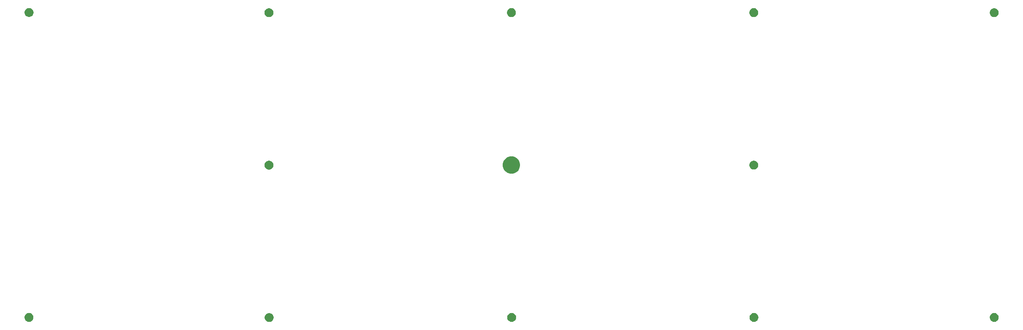
<source format=gbr>
G04 #@! TF.GenerationSoftware,KiCad,Pcbnew,(5.0.2)-1*
G04 #@! TF.CreationDate,2019-05-20T15:04:01-04:00*
G04 #@! TF.ProjectId,bottom_plate,626f7474-6f6d-45f7-906c-6174652e6b69,rev?*
G04 #@! TF.SameCoordinates,Original*
G04 #@! TF.FileFunction,Soldermask,Top*
G04 #@! TF.FilePolarity,Negative*
%FSLAX46Y46*%
G04 Gerber Fmt 4.6, Leading zero omitted, Abs format (unit mm)*
G04 Created by KiCad (PCBNEW (5.0.2)-1) date 5/20/2019 3:04:01 PM*
%MOMM*%
%LPD*%
G01*
G04 APERTURE LIST*
%ADD10C,0.100000*%
G04 APERTURE END LIST*
D10*
G36*
X82326934Y-97140432D02*
X82536402Y-97227196D01*
X82724923Y-97353162D01*
X82885238Y-97513477D01*
X83011204Y-97701998D01*
X83097968Y-97911466D01*
X83142200Y-98133835D01*
X83142200Y-98360565D01*
X83097968Y-98582934D01*
X83011204Y-98792402D01*
X82885238Y-98980923D01*
X82724923Y-99141238D01*
X82536402Y-99267204D01*
X82326934Y-99353968D01*
X82104565Y-99398200D01*
X81877835Y-99398200D01*
X81655466Y-99353968D01*
X81445998Y-99267204D01*
X81257477Y-99141238D01*
X81097162Y-98980923D01*
X80971196Y-98792402D01*
X80884432Y-98582934D01*
X80840200Y-98360565D01*
X80840200Y-98133835D01*
X80884432Y-97911466D01*
X80971196Y-97701998D01*
X81097162Y-97513477D01*
X81257477Y-97353162D01*
X81445998Y-97227196D01*
X81655466Y-97140432D01*
X81877835Y-97096200D01*
X82104565Y-97096200D01*
X82326934Y-97140432D01*
X82326934Y-97140432D01*
G37*
G36*
X270515534Y-97115032D02*
X270725002Y-97201796D01*
X270913523Y-97327762D01*
X271073838Y-97488077D01*
X271199804Y-97676598D01*
X271286568Y-97886066D01*
X271330800Y-98108435D01*
X271330800Y-98335165D01*
X271286568Y-98557534D01*
X271199804Y-98767002D01*
X271073838Y-98955523D01*
X270913523Y-99115838D01*
X270725002Y-99241804D01*
X270515534Y-99328568D01*
X270293165Y-99372800D01*
X270066435Y-99372800D01*
X269844066Y-99328568D01*
X269634598Y-99241804D01*
X269446077Y-99115838D01*
X269285762Y-98955523D01*
X269159796Y-98767002D01*
X269073032Y-98557534D01*
X269028800Y-98335165D01*
X269028800Y-98108435D01*
X269073032Y-97886066D01*
X269159796Y-97676598D01*
X269285762Y-97488077D01*
X269446077Y-97327762D01*
X269634598Y-97201796D01*
X269844066Y-97115032D01*
X270066435Y-97070800D01*
X270293165Y-97070800D01*
X270515534Y-97115032D01*
X270515534Y-97115032D01*
G37*
G36*
X208158534Y-97115032D02*
X208368002Y-97201796D01*
X208556523Y-97327762D01*
X208716838Y-97488077D01*
X208842804Y-97676598D01*
X208929568Y-97886066D01*
X208973800Y-98108435D01*
X208973800Y-98335165D01*
X208929568Y-98557534D01*
X208842804Y-98767002D01*
X208716838Y-98955523D01*
X208556523Y-99115838D01*
X208368002Y-99241804D01*
X208158534Y-99328568D01*
X207936165Y-99372800D01*
X207709435Y-99372800D01*
X207487066Y-99328568D01*
X207277598Y-99241804D01*
X207089077Y-99115838D01*
X206928762Y-98955523D01*
X206802796Y-98767002D01*
X206716032Y-98557534D01*
X206671800Y-98335165D01*
X206671800Y-98108435D01*
X206716032Y-97886066D01*
X206802796Y-97676598D01*
X206928762Y-97488077D01*
X207089077Y-97327762D01*
X207277598Y-97201796D01*
X207487066Y-97115032D01*
X207709435Y-97070800D01*
X207936165Y-97070800D01*
X208158534Y-97115032D01*
X208158534Y-97115032D01*
G37*
G36*
X145268134Y-97115032D02*
X145477602Y-97201796D01*
X145666123Y-97327762D01*
X145826438Y-97488077D01*
X145952404Y-97676598D01*
X146039168Y-97886066D01*
X146083400Y-98108435D01*
X146083400Y-98335165D01*
X146039168Y-98557534D01*
X145952404Y-98767002D01*
X145826438Y-98955523D01*
X145666123Y-99115838D01*
X145477602Y-99241804D01*
X145268134Y-99328568D01*
X145045765Y-99372800D01*
X144819035Y-99372800D01*
X144596666Y-99328568D01*
X144387198Y-99241804D01*
X144198677Y-99115838D01*
X144038362Y-98955523D01*
X143912396Y-98767002D01*
X143825632Y-98557534D01*
X143781400Y-98335165D01*
X143781400Y-98108435D01*
X143825632Y-97886066D01*
X143912396Y-97676598D01*
X144038362Y-97488077D01*
X144198677Y-97327762D01*
X144387198Y-97201796D01*
X144596666Y-97115032D01*
X144819035Y-97070800D01*
X145045765Y-97070800D01*
X145268134Y-97115032D01*
X145268134Y-97115032D01*
G37*
G36*
X19995334Y-97115032D02*
X20204802Y-97201796D01*
X20393323Y-97327762D01*
X20553638Y-97488077D01*
X20679604Y-97676598D01*
X20766368Y-97886066D01*
X20810600Y-98108435D01*
X20810600Y-98335165D01*
X20766368Y-98557534D01*
X20679604Y-98767002D01*
X20553638Y-98955523D01*
X20393323Y-99115838D01*
X20204802Y-99241804D01*
X19995334Y-99328568D01*
X19772965Y-99372800D01*
X19546235Y-99372800D01*
X19323866Y-99328568D01*
X19114398Y-99241804D01*
X18925877Y-99115838D01*
X18765562Y-98955523D01*
X18639596Y-98767002D01*
X18552832Y-98557534D01*
X18508600Y-98335165D01*
X18508600Y-98108435D01*
X18552832Y-97886066D01*
X18639596Y-97676598D01*
X18765562Y-97488077D01*
X18925877Y-97327762D01*
X19114398Y-97201796D01*
X19323866Y-97115032D01*
X19546235Y-97070800D01*
X19772965Y-97070800D01*
X19995334Y-97115032D01*
X19995334Y-97115032D01*
G37*
G36*
X145190045Y-56465654D02*
X145538193Y-56534904D01*
X145947849Y-56704589D01*
X146316529Y-56950934D01*
X146630066Y-57264471D01*
X146876411Y-57633151D01*
X147046096Y-58042807D01*
X147132600Y-58477696D01*
X147132600Y-58921104D01*
X147046096Y-59355993D01*
X146876411Y-59765649D01*
X146630066Y-60134329D01*
X146316529Y-60447866D01*
X145947849Y-60694211D01*
X145538193Y-60863896D01*
X145190045Y-60933146D01*
X145103306Y-60950400D01*
X144659894Y-60950400D01*
X144573155Y-60933146D01*
X144225007Y-60863896D01*
X143815351Y-60694211D01*
X143446671Y-60447866D01*
X143133134Y-60134329D01*
X142886789Y-59765649D01*
X142717104Y-59355993D01*
X142630600Y-58921104D01*
X142630600Y-58477696D01*
X142717104Y-58042807D01*
X142886789Y-57633151D01*
X143133134Y-57264471D01*
X143446671Y-56950934D01*
X143815351Y-56704589D01*
X144225007Y-56534904D01*
X144573155Y-56465654D01*
X144659894Y-56448400D01*
X145103306Y-56448400D01*
X145190045Y-56465654D01*
X145190045Y-56465654D01*
G37*
G36*
X82276134Y-57618032D02*
X82485602Y-57704796D01*
X82674123Y-57830762D01*
X82834438Y-57991077D01*
X82960404Y-58179598D01*
X83047168Y-58389066D01*
X83091400Y-58611435D01*
X83091400Y-58838165D01*
X83047168Y-59060534D01*
X82960404Y-59270002D01*
X82834438Y-59458523D01*
X82674123Y-59618838D01*
X82485602Y-59744804D01*
X82276134Y-59831568D01*
X82053765Y-59875800D01*
X81827035Y-59875800D01*
X81604666Y-59831568D01*
X81395198Y-59744804D01*
X81206677Y-59618838D01*
X81046362Y-59458523D01*
X80920396Y-59270002D01*
X80833632Y-59060534D01*
X80789400Y-58838165D01*
X80789400Y-58611435D01*
X80833632Y-58389066D01*
X80920396Y-58179598D01*
X81046362Y-57991077D01*
X81206677Y-57830762D01*
X81395198Y-57704796D01*
X81604666Y-57618032D01*
X81827035Y-57573800D01*
X82053765Y-57573800D01*
X82276134Y-57618032D01*
X82276134Y-57618032D01*
G37*
G36*
X208107734Y-57592632D02*
X208317202Y-57679396D01*
X208505723Y-57805362D01*
X208666038Y-57965677D01*
X208792004Y-58154198D01*
X208878768Y-58363666D01*
X208923000Y-58586035D01*
X208923000Y-58812765D01*
X208878768Y-59035134D01*
X208792004Y-59244602D01*
X208666038Y-59433123D01*
X208505723Y-59593438D01*
X208317202Y-59719404D01*
X208107734Y-59806168D01*
X207885365Y-59850400D01*
X207658635Y-59850400D01*
X207436266Y-59806168D01*
X207226798Y-59719404D01*
X207038277Y-59593438D01*
X206877962Y-59433123D01*
X206751996Y-59244602D01*
X206665232Y-59035134D01*
X206621000Y-58812765D01*
X206621000Y-58586035D01*
X206665232Y-58363666D01*
X206751996Y-58154198D01*
X206877962Y-57965677D01*
X207038277Y-57805362D01*
X207226798Y-57679396D01*
X207436266Y-57592632D01*
X207658635Y-57548400D01*
X207885365Y-57548400D01*
X208107734Y-57592632D01*
X208107734Y-57592632D01*
G37*
G36*
X82276134Y-18070232D02*
X82485602Y-18156996D01*
X82674123Y-18282962D01*
X82834438Y-18443277D01*
X82960404Y-18631798D01*
X83047168Y-18841266D01*
X83091400Y-19063635D01*
X83091400Y-19290365D01*
X83047168Y-19512734D01*
X82960404Y-19722202D01*
X82834438Y-19910723D01*
X82674123Y-20071038D01*
X82485602Y-20197004D01*
X82276134Y-20283768D01*
X82053765Y-20328000D01*
X81827035Y-20328000D01*
X81604666Y-20283768D01*
X81395198Y-20197004D01*
X81206677Y-20071038D01*
X81046362Y-19910723D01*
X80920396Y-19722202D01*
X80833632Y-19512734D01*
X80789400Y-19290365D01*
X80789400Y-19063635D01*
X80833632Y-18841266D01*
X80920396Y-18631798D01*
X81046362Y-18443277D01*
X81206677Y-18282962D01*
X81395198Y-18156996D01*
X81604666Y-18070232D01*
X81827035Y-18026000D01*
X82053765Y-18026000D01*
X82276134Y-18070232D01*
X82276134Y-18070232D01*
G37*
G36*
X270502834Y-18070232D02*
X270712302Y-18156996D01*
X270900823Y-18282962D01*
X271061138Y-18443277D01*
X271187104Y-18631798D01*
X271273868Y-18841266D01*
X271318100Y-19063635D01*
X271318100Y-19290365D01*
X271273868Y-19512734D01*
X271187104Y-19722202D01*
X271061138Y-19910723D01*
X270900823Y-20071038D01*
X270712302Y-20197004D01*
X270502834Y-20283768D01*
X270280465Y-20328000D01*
X270053735Y-20328000D01*
X269831366Y-20283768D01*
X269621898Y-20197004D01*
X269433377Y-20071038D01*
X269273062Y-19910723D01*
X269147096Y-19722202D01*
X269060332Y-19512734D01*
X269016100Y-19290365D01*
X269016100Y-19063635D01*
X269060332Y-18841266D01*
X269147096Y-18631798D01*
X269273062Y-18443277D01*
X269433377Y-18282962D01*
X269621898Y-18156996D01*
X269831366Y-18070232D01*
X270053735Y-18026000D01*
X270280465Y-18026000D01*
X270502834Y-18070232D01*
X270502834Y-18070232D01*
G37*
G36*
X145217334Y-18044832D02*
X145426802Y-18131596D01*
X145615323Y-18257562D01*
X145775638Y-18417877D01*
X145901604Y-18606398D01*
X145988368Y-18815866D01*
X146032600Y-19038235D01*
X146032600Y-19264965D01*
X145988368Y-19487334D01*
X145901604Y-19696802D01*
X145775638Y-19885323D01*
X145615323Y-20045638D01*
X145426802Y-20171604D01*
X145217334Y-20258368D01*
X144994965Y-20302600D01*
X144768235Y-20302600D01*
X144545866Y-20258368D01*
X144336398Y-20171604D01*
X144147877Y-20045638D01*
X143987562Y-19885323D01*
X143861596Y-19696802D01*
X143774832Y-19487334D01*
X143730600Y-19264965D01*
X143730600Y-19038235D01*
X143774832Y-18815866D01*
X143861596Y-18606398D01*
X143987562Y-18417877D01*
X144147877Y-18257562D01*
X144336398Y-18131596D01*
X144545866Y-18044832D01*
X144768235Y-18000600D01*
X144994965Y-18000600D01*
X145217334Y-18044832D01*
X145217334Y-18044832D01*
G37*
G36*
X208107734Y-18044832D02*
X208317202Y-18131596D01*
X208505723Y-18257562D01*
X208666038Y-18417877D01*
X208792004Y-18606398D01*
X208878768Y-18815866D01*
X208923000Y-19038235D01*
X208923000Y-19264965D01*
X208878768Y-19487334D01*
X208792004Y-19696802D01*
X208666038Y-19885323D01*
X208505723Y-20045638D01*
X208317202Y-20171604D01*
X208107734Y-20258368D01*
X207885365Y-20302600D01*
X207658635Y-20302600D01*
X207436266Y-20258368D01*
X207226798Y-20171604D01*
X207038277Y-20045638D01*
X206877962Y-19885323D01*
X206751996Y-19696802D01*
X206665232Y-19487334D01*
X206621000Y-19264965D01*
X206621000Y-19038235D01*
X206665232Y-18815866D01*
X206751996Y-18606398D01*
X206877962Y-18417877D01*
X207038277Y-18257562D01*
X207226798Y-18131596D01*
X207436266Y-18044832D01*
X207658635Y-18000600D01*
X207885365Y-18000600D01*
X208107734Y-18044832D01*
X208107734Y-18044832D01*
G37*
G36*
X20008034Y-18032132D02*
X20217502Y-18118896D01*
X20406023Y-18244862D01*
X20566338Y-18405177D01*
X20692304Y-18593698D01*
X20779068Y-18803166D01*
X20823300Y-19025535D01*
X20823300Y-19252265D01*
X20779068Y-19474634D01*
X20692304Y-19684102D01*
X20566338Y-19872623D01*
X20406023Y-20032938D01*
X20217502Y-20158904D01*
X20008034Y-20245668D01*
X19785665Y-20289900D01*
X19558935Y-20289900D01*
X19336566Y-20245668D01*
X19127098Y-20158904D01*
X18938577Y-20032938D01*
X18778262Y-19872623D01*
X18652296Y-19684102D01*
X18565532Y-19474634D01*
X18521300Y-19252265D01*
X18521300Y-19025535D01*
X18565532Y-18803166D01*
X18652296Y-18593698D01*
X18778262Y-18405177D01*
X18938577Y-18244862D01*
X19127098Y-18118896D01*
X19336566Y-18032132D01*
X19558935Y-17987900D01*
X19785665Y-17987900D01*
X20008034Y-18032132D01*
X20008034Y-18032132D01*
G37*
M02*

</source>
